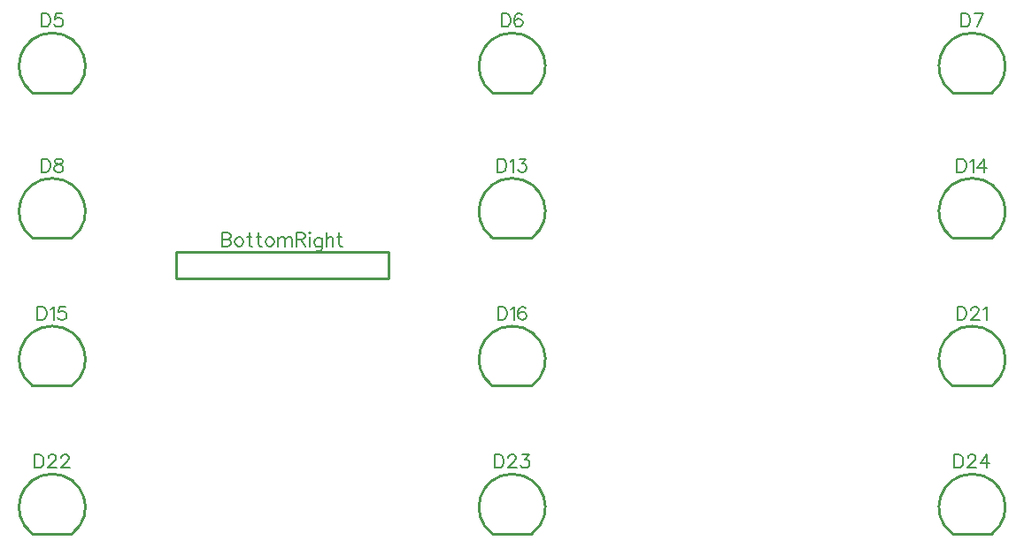
<source format=gbr>
G04 DipTrace 2.4.0.2*
%INTopSilk.gbr*%
%MOIN*%
%ADD10C,0.0098*%
%ADD34C,0.0077*%
%FSLAX44Y44*%
G04*
G70*
G90*
G75*
G01*
%LNTopSilk*%
%LPD*%
X19295Y14994D2*
D10*
X11295D1*
X19295Y15994D2*
Y14994D1*
Y15994D2*
X11295D1*
Y14994D1*
X7383Y22018D2*
X5884D1*
X7386Y22020D2*
G03X5881Y22020I-752J998D01*
G01*
X24706Y22018D2*
X23207D1*
X24709Y22020D2*
G03X23204Y22020I-752J998D01*
G01*
X42029Y22018D2*
X40530D1*
X42032Y22020D2*
G03X40527Y22020I-752J998D01*
G01*
X7383Y16537D2*
X5884D1*
X7386Y16540D2*
G03X5881Y16540I-752J998D01*
G01*
X24706Y16537D2*
X23207D1*
X24709Y16540D2*
G03X23204Y16540I-752J998D01*
G01*
X42029Y16537D2*
X40530D1*
X42032Y16540D2*
G03X40527Y16540I-752J998D01*
G01*
X7383Y10962D2*
X5884D1*
X7386Y10965D2*
G03X5881Y10965I-752J998D01*
G01*
X24706Y10962D2*
X23207D1*
X24709Y10965D2*
G03X23204Y10965I-752J998D01*
G01*
X42029Y10962D2*
X40530D1*
X42032Y10965D2*
G03X40527Y10965I-752J998D01*
G01*
X7383Y5384D2*
X5884D1*
X7386Y5386D2*
G03X5881Y5386I-752J998D01*
G01*
X24706Y5384D2*
X23207D1*
X24709Y5386D2*
G03X23204Y5386I-752J998D01*
G01*
X42029Y5384D2*
X40530D1*
X42032Y5386D2*
G03X40527Y5386I-752J998D01*
G01*
X13028Y16726D2*
D34*
Y16224D1*
X13243D1*
X13315Y16248D1*
X13339Y16272D1*
X13363Y16319D1*
Y16391D1*
X13339Y16439D1*
X13315Y16463D1*
X13243Y16487D1*
X13315Y16511D1*
X13339Y16535D1*
X13363Y16582D1*
Y16631D1*
X13339Y16678D1*
X13315Y16702D1*
X13243Y16726D1*
X13028D1*
Y16487D2*
X13243D1*
X13636Y16559D2*
X13589Y16535D1*
X13541Y16487D1*
X13517Y16415D1*
Y16367D1*
X13541Y16296D1*
X13589Y16248D1*
X13636Y16224D1*
X13708D1*
X13756Y16248D1*
X13804Y16296D1*
X13828Y16367D1*
Y16415D1*
X13804Y16487D1*
X13756Y16535D1*
X13708Y16559D1*
X13636D1*
X14054Y16726D2*
Y16319D1*
X14078Y16248D1*
X14126Y16224D1*
X14174D1*
X13983Y16559D2*
X14150D1*
X14400Y16726D2*
Y16319D1*
X14424Y16248D1*
X14472Y16224D1*
X14519D1*
X14328Y16559D2*
X14496D1*
X14793D2*
X14746Y16535D1*
X14698Y16487D1*
X14674Y16415D1*
Y16367D1*
X14698Y16296D1*
X14746Y16248D1*
X14793Y16224D1*
X14865D1*
X14913Y16248D1*
X14961Y16296D1*
X14985Y16367D1*
Y16415D1*
X14961Y16487D1*
X14913Y16535D1*
X14865Y16559D1*
X14793D1*
X15139D2*
Y16224D1*
Y16463D2*
X15211Y16535D1*
X15259Y16559D1*
X15331D1*
X15379Y16535D1*
X15402Y16463D1*
Y16224D1*
Y16463D2*
X15474Y16535D1*
X15522Y16559D1*
X15594D1*
X15642Y16535D1*
X15666Y16463D1*
Y16224D1*
X15820Y16487D2*
X16035D1*
X16107Y16511D1*
X16132Y16535D1*
X16155Y16582D1*
Y16631D1*
X16132Y16678D1*
X16107Y16702D1*
X16035Y16726D1*
X15820D1*
Y16224D1*
X15988Y16487D2*
X16155Y16224D1*
X16310Y16726D2*
X16334Y16702D1*
X16358Y16726D1*
X16334Y16750D1*
X16310Y16726D1*
X16334Y16559D2*
Y16224D1*
X16799Y16535D2*
Y16152D1*
X16775Y16081D1*
X16752Y16056D1*
X16703Y16032D1*
X16632D1*
X16584Y16056D1*
X16799Y16463D2*
X16752Y16511D1*
X16703Y16535D1*
X16632D1*
X16584Y16511D1*
X16536Y16463D1*
X16512Y16391D1*
Y16343D1*
X16536Y16272D1*
X16584Y16224D1*
X16632Y16200D1*
X16703D1*
X16752Y16224D1*
X16799Y16272D1*
X16954Y16726D2*
Y16224D1*
Y16463D2*
X17025Y16535D1*
X17073Y16559D1*
X17145D1*
X17193Y16535D1*
X17217Y16463D1*
Y16224D1*
X17443Y16726D2*
Y16319D1*
X17467Y16248D1*
X17515Y16224D1*
X17562D1*
X17371Y16559D2*
X17538D1*
X6221Y25000D2*
Y24497D1*
X6389D1*
X6461Y24522D1*
X6509Y24569D1*
X6533Y24617D1*
X6556Y24689D1*
Y24809D1*
X6533Y24880D1*
X6509Y24928D1*
X6461Y24976D1*
X6389Y25000D1*
X6221D1*
X6998Y24999D2*
X6759D1*
X6735Y24784D1*
X6759Y24808D1*
X6831Y24832D1*
X6902D1*
X6974Y24808D1*
X7022Y24760D1*
X7046Y24689D1*
Y24641D1*
X7022Y24569D1*
X6974Y24521D1*
X6902Y24497D1*
X6831D1*
X6759Y24521D1*
X6735Y24546D1*
X6711Y24593D1*
X23556Y25000D2*
Y24497D1*
X23724D1*
X23796Y24522D1*
X23844Y24569D1*
X23868Y24617D1*
X23891Y24689D1*
Y24809D1*
X23868Y24880D1*
X23844Y24928D1*
X23796Y24976D1*
X23724Y25000D1*
X23556D1*
X24333Y24928D2*
X24309Y24975D1*
X24237Y24999D1*
X24189D1*
X24118Y24975D1*
X24069Y24904D1*
X24046Y24784D1*
Y24665D1*
X24069Y24569D1*
X24118Y24521D1*
X24189Y24497D1*
X24213D1*
X24284Y24521D1*
X24333Y24569D1*
X24356Y24641D1*
Y24665D1*
X24333Y24737D1*
X24284Y24784D1*
X24213Y24808D1*
X24189D1*
X24118Y24784D1*
X24069Y24737D1*
X24046Y24665D1*
X40867Y25000D2*
Y24497D1*
X41035D1*
X41106Y24522D1*
X41154Y24569D1*
X41178Y24617D1*
X41202Y24689D1*
Y24809D1*
X41178Y24880D1*
X41154Y24928D1*
X41106Y24976D1*
X41035Y25000D1*
X40867D1*
X41452Y24497D2*
X41691Y24999D1*
X41356D1*
X6222Y19520D2*
Y19017D1*
X6389D1*
X6461Y19041D1*
X6509Y19089D1*
X6533Y19137D1*
X6557Y19208D1*
Y19328D1*
X6533Y19400D1*
X6509Y19448D1*
X6461Y19496D1*
X6389Y19520D1*
X6222D1*
X6830Y19519D2*
X6759Y19495D1*
X6735Y19448D1*
Y19400D1*
X6759Y19352D1*
X6807Y19328D1*
X6902Y19304D1*
X6974Y19280D1*
X7022Y19232D1*
X7045Y19185D1*
Y19113D1*
X7022Y19065D1*
X6998Y19041D1*
X6926Y19017D1*
X6830D1*
X6759Y19041D1*
X6735Y19065D1*
X6711Y19113D1*
Y19185D1*
X6735Y19232D1*
X6783Y19280D1*
X6854Y19304D1*
X6950Y19328D1*
X6998Y19352D1*
X7022Y19400D1*
Y19448D1*
X6998Y19495D1*
X6926Y19519D1*
X6830D1*
X23407Y19520D2*
Y19017D1*
X23575D1*
X23646Y19041D1*
X23694Y19089D1*
X23718Y19137D1*
X23742Y19208D1*
Y19328D1*
X23718Y19400D1*
X23694Y19448D1*
X23646Y19496D1*
X23575Y19520D1*
X23407D1*
X23896Y19423D2*
X23944Y19448D1*
X24016Y19519D1*
Y19017D1*
X24219Y19519D2*
X24481D1*
X24338Y19328D1*
X24410D1*
X24458Y19304D1*
X24481Y19280D1*
X24506Y19208D1*
Y19161D1*
X24481Y19089D1*
X24434Y19041D1*
X24362Y19017D1*
X24290D1*
X24219Y19041D1*
X24195Y19065D1*
X24171Y19113D1*
X40718Y19520D2*
Y19017D1*
X40885D1*
X40957Y19041D1*
X41005Y19089D1*
X41029Y19137D1*
X41053Y19208D1*
Y19328D1*
X41029Y19400D1*
X41005Y19448D1*
X40957Y19496D1*
X40885Y19520D1*
X40718D1*
X41207Y19423D2*
X41255Y19448D1*
X41327Y19519D1*
Y19017D1*
X41721D2*
Y19519D1*
X41482Y19185D1*
X41840D1*
X6084Y13945D2*
Y13442D1*
X6252D1*
X6324Y13467D1*
X6372Y13514D1*
X6395Y13562D1*
X6419Y13634D1*
Y13753D1*
X6395Y13825D1*
X6372Y13873D1*
X6324Y13921D1*
X6252Y13945D1*
X6084D1*
X6574Y13849D2*
X6622Y13873D1*
X6693Y13944D1*
Y13442D1*
X7135Y13944D2*
X6896D1*
X6872Y13729D1*
X6896Y13753D1*
X6968Y13777D1*
X7039D1*
X7111Y13753D1*
X7159Y13705D1*
X7183Y13634D1*
Y13586D1*
X7159Y13514D1*
X7111Y13466D1*
X7039Y13442D1*
X6968D1*
X6896Y13466D1*
X6872Y13490D1*
X6848Y13538D1*
X23419Y13945D2*
Y13442D1*
X23587D1*
X23659Y13467D1*
X23707Y13514D1*
X23730Y13562D1*
X23754Y13634D1*
Y13753D1*
X23730Y13825D1*
X23707Y13873D1*
X23659Y13921D1*
X23587Y13945D1*
X23419D1*
X23909Y13849D2*
X23957Y13873D1*
X24028Y13944D1*
Y13442D1*
X24470Y13873D2*
X24446Y13920D1*
X24374Y13944D1*
X24327D1*
X24255Y13920D1*
X24207Y13849D1*
X24183Y13729D1*
Y13610D1*
X24207Y13514D1*
X24255Y13466D1*
X24327Y13442D1*
X24350D1*
X24422Y13466D1*
X24470Y13514D1*
X24493Y13586D1*
Y13610D1*
X24470Y13682D1*
X24422Y13729D1*
X24350Y13753D1*
X24327D1*
X24255Y13729D1*
X24207Y13682D1*
X24183Y13610D1*
X40730Y13945D2*
Y13442D1*
X40897D1*
X40969Y13467D1*
X41017Y13514D1*
X41041Y13562D1*
X41065Y13634D1*
Y13753D1*
X41041Y13825D1*
X41017Y13873D1*
X40969Y13921D1*
X40897Y13945D1*
X40730D1*
X41244Y13825D2*
Y13849D1*
X41267Y13897D1*
X41291Y13920D1*
X41339Y13944D1*
X41435D1*
X41482Y13920D1*
X41506Y13897D1*
X41530Y13849D1*
Y13801D1*
X41506Y13753D1*
X41459Y13682D1*
X41219Y13442D1*
X41554D1*
X41709Y13849D2*
X41757Y13873D1*
X41828Y13944D1*
Y13442D1*
X5977Y8366D2*
Y7864D1*
X6144D1*
X6216Y7888D1*
X6264Y7935D1*
X6288Y7983D1*
X6312Y8055D1*
Y8175D1*
X6288Y8247D1*
X6264Y8294D1*
X6216Y8342D1*
X6144Y8366D1*
X5977D1*
X6490Y8246D2*
Y8270D1*
X6514Y8318D1*
X6538Y8342D1*
X6586Y8365D1*
X6682D1*
X6729Y8342D1*
X6753Y8318D1*
X6777Y8270D1*
Y8222D1*
X6753Y8174D1*
X6705Y8103D1*
X6466Y7864D1*
X6801D1*
X6980Y8246D2*
Y8270D1*
X7003Y8318D1*
X7027Y8342D1*
X7075Y8365D1*
X7171D1*
X7218Y8342D1*
X7242Y8318D1*
X7267Y8270D1*
Y8222D1*
X7242Y8174D1*
X7195Y8103D1*
X6955Y7864D1*
X7290D1*
X23300Y8366D2*
Y7864D1*
X23467D1*
X23539Y7888D1*
X23587Y7935D1*
X23611Y7983D1*
X23634Y8055D1*
Y8175D1*
X23611Y8247D1*
X23587Y8294D1*
X23539Y8342D1*
X23467Y8366D1*
X23300D1*
X23813Y8246D2*
Y8270D1*
X23837Y8318D1*
X23861Y8342D1*
X23909Y8365D1*
X24004D1*
X24052Y8342D1*
X24076Y8318D1*
X24100Y8270D1*
Y8222D1*
X24076Y8174D1*
X24028Y8103D1*
X23789Y7864D1*
X24124D1*
X24326Y8365D2*
X24589D1*
X24446Y8174D1*
X24518D1*
X24565Y8150D1*
X24589Y8127D1*
X24613Y8055D1*
Y8007D1*
X24589Y7935D1*
X24541Y7887D1*
X24469Y7864D1*
X24398D1*
X24326Y7887D1*
X24303Y7912D1*
X24278Y7959D1*
X40611Y8366D2*
Y7864D1*
X40778D1*
X40850Y7888D1*
X40898Y7935D1*
X40922Y7983D1*
X40945Y8055D1*
Y8175D1*
X40922Y8247D1*
X40898Y8294D1*
X40850Y8342D1*
X40778Y8366D1*
X40611D1*
X41124Y8246D2*
Y8270D1*
X41148Y8318D1*
X41172Y8342D1*
X41220Y8365D1*
X41315D1*
X41363Y8342D1*
X41387Y8318D1*
X41411Y8270D1*
Y8222D1*
X41387Y8174D1*
X41339Y8103D1*
X41100Y7864D1*
X41435D1*
X41828D2*
Y8365D1*
X41589Y8031D1*
X41948D1*
M02*

</source>
